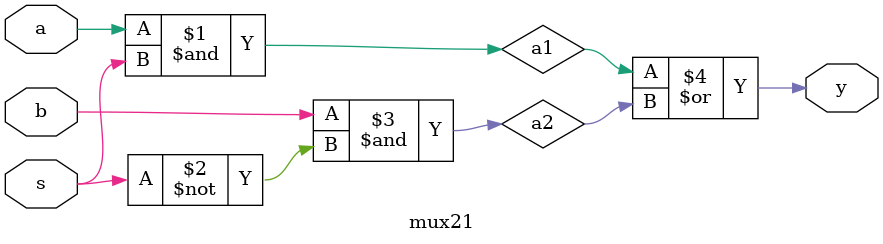
<source format=v>
module mux21
(	input a,
	input b,
	input s,
	output y
	);
wire a1,a2;
and (a1,a,s);
and (a2,b,~s);
or (y,a1,a2);

endmodule
</source>
